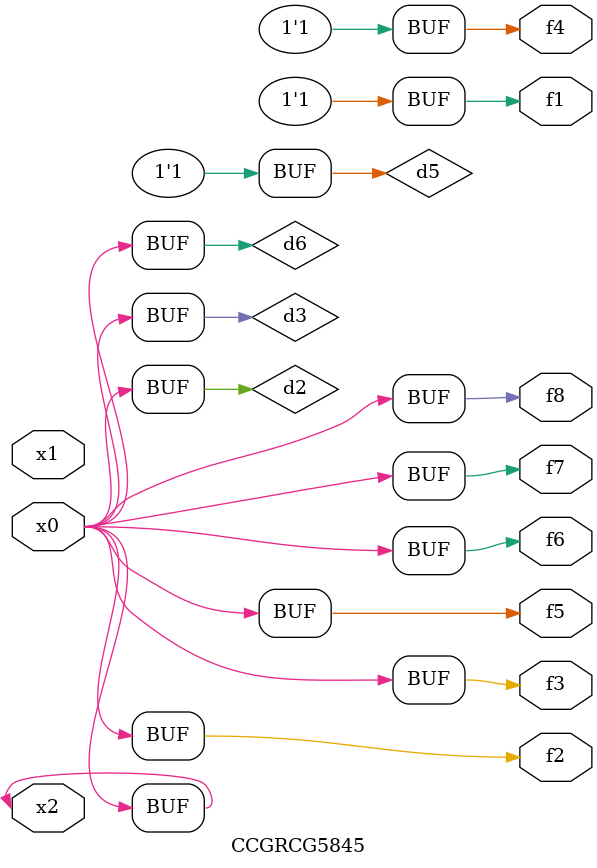
<source format=v>
module CCGRCG5845(
	input x0, x1, x2,
	output f1, f2, f3, f4, f5, f6, f7, f8
);

	wire d1, d2, d3, d4, d5, d6;

	xnor (d1, x2);
	buf (d2, x0, x2);
	and (d3, x0);
	xnor (d4, x1, x2);
	nand (d5, d1, d3);
	buf (d6, d2, d3);
	assign f1 = d5;
	assign f2 = d6;
	assign f3 = d6;
	assign f4 = d5;
	assign f5 = d6;
	assign f6 = d6;
	assign f7 = d6;
	assign f8 = d6;
endmodule

</source>
